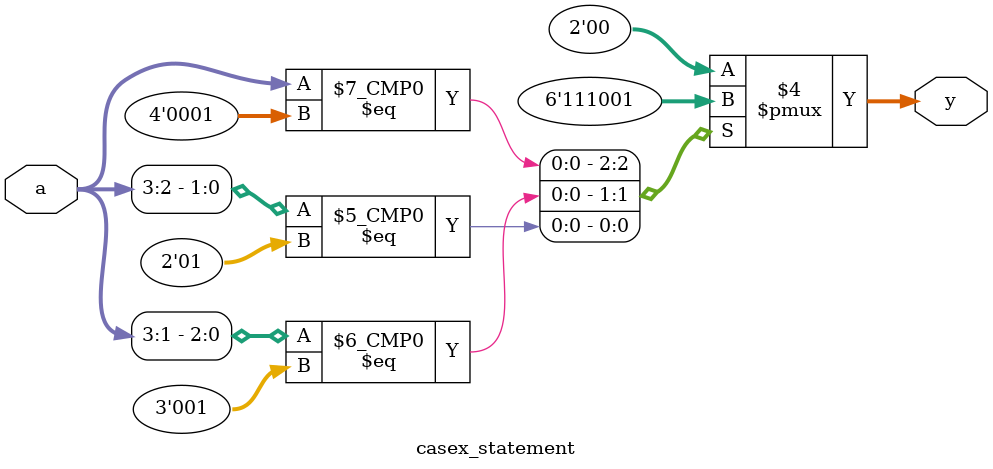
<source format=v>
module casex_statement(input [3:0]a,output reg [1:0]y);

always@(*)begin

casex(a)
4'b0001:y=2'b11;
4'b001x:y=2'b10;
4'b01xx:y=2'b01;
4'b1xxx:y=2'b00;
default:y=2'b00;
endcase
end
endmodule

</source>
